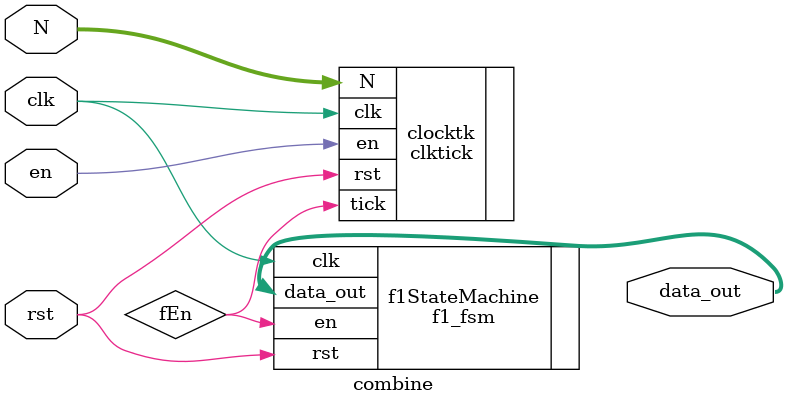
<source format=sv>
module combine #(
    parameter    WIDTH = 16,
                 D_WIDTH = 8
)(
    //interface signals
    input       logic                 clk,
    input       logic                 rst,
    input       logic                 en,
    input       logic [WIDTH-1:0]     N,
    output      logic  [D_WIDTH-1:0]  data_out
);

logic       fEn;

clktick  clocktk (
    .clk (clk),
    .rst (rst),
    .en  (en),
    .N   (N),
    .tick (fEn)
);

f1_fsm f1StateMachine (
    .clk       (clk),
    .rst       (rst),
    .en        (fEn),
    .data_out  (data_out)
);

endmodule

</source>
